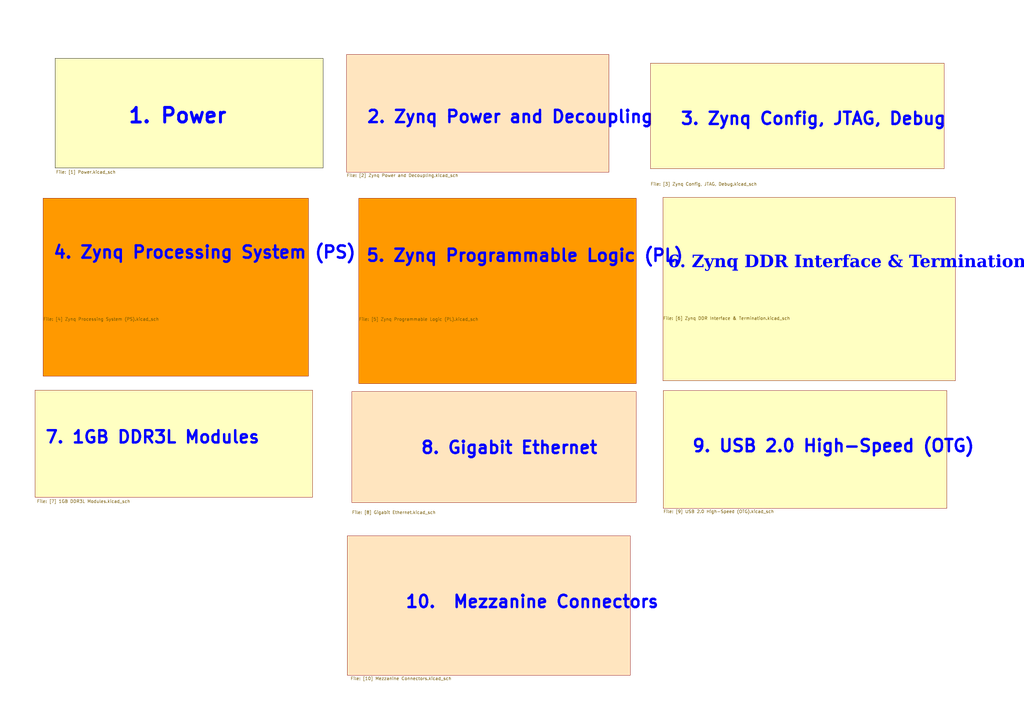
<source format=kicad_sch>
(kicad_sch (version 20230121) (generator eeschema)
  (paper "A3")
  (title_block (title "Xilinx-FPGA-10-Layer") (date "2023-12-19") (rev "1") (comment 2 "MOAFK ALJABI"))
  (lib_symbols)
  (sheet (at 266.8016 25.908) (size 120.4214 43.307) (stroke (width 0.1524)) (fill (color 255 255 194 1.0000))
    (property "Sheetname" "3. Zynq Config, JTAG, Debug" (at 278.765 51.4858 0) (effects (font (size 5 5) bold) (justify left bottom)))
    (property "Sheetfile" "[3] Zynq Config, JTAG, Debug.kicad_sch" (at 266.8016 74.7526 0) (effects (justify left top)))
  )
  (sheet (at 147.1676 81.3308) (size 113.792 75.9968) (stroke (width 0.1524)) (fill (color 255 153 0 1.0000))
    (property "Sheetname" "5. Zynq Programmable Logic (PL)" (at 149.86 107.6452 0) (effects (font (size 5 5) bold) (justify left bottom)))
    (property "Sheetfile" "[5] Zynq Programmable Logic (PL).kicad_sch" (at 147.1676 130.1754 0) (effects (justify left top)))
  )
  (sheet (at 14.3764 160.02) (size 113.8428 43.8912) (stroke (width 0.1524)) (fill (color 255 255 194 1.0000))
    (property "Sheetname" "7. 1GB DDR3L Modules" (at 18.1864 182.118 0) (effects (font (size 5 5) bold) (justify left bottom)))
    (property "Sheetfile" "[7] 1GB DDR3L Modules.kicad_sch" (at 15.0876 204.8764 0) (effects (justify left top)))
  )
  (sheet (at 142.1384 22.352) (size 107.6198 48.26) (stroke (width 0.1524)) (fill (color 255 229 191 1.0000))
    (property "Sheetname" "2. Zynq Power and Decoupling" (at 150.0886 50.7238 0) (effects (font (size 5 5) bold) (justify left bottom)))
    (property "Sheetfile" "[2] Zynq Power and Decoupling.kicad_sch" (at 142.1384 71.1966 0) (effects (justify left top)))
  )
  (sheet (at 272.034 160.1978) (size 116.332 48.26) (stroke (width 0.1524)) (fill (color 255 255 194 1.0000))
    (property "Sheetname" "9. USB 2.0 High-Speed (OTG)" (at 283.5148 185.7248 0) (effects (font (size 5 5) bold) (justify left bottom)))
    (property "Sheetfile" "[9] USB 2.0 High-Speed (OTG).kicad_sch" (at 272.034 209.0424 0) (effects (justify left top)))
  )
  (sheet (at 17.6784 81.3054) (size 108.839 72.9488) (stroke (width 0.1524)) (fill (color 255 153 0 1.0000))
    (property "Sheetname" "4. Zynq Processing System (PS)" (at 21.4884 106.3244 0) (effects (font (size 5 5) bold) (justify left bottom)))
    (property "Sheetfile" "[4] Zynq Processing System (PS).kicad_sch" (at 17.6784 130.15 0) (effects (justify left top)))
  )
  (sheet (at 22.606 23.9268) (size 109.9058 44.958) (stroke (width 0.1524) (color 0 0 0 1)) (fill (color 255 255 194 1.0000))
    (property "Sheetname" "1. Power" (at 52.197 50.8508 0) (effects (font (size 6 6) bold) (justify left bottom)))
    (property "Sheetfile" "[1] Power.kicad_sch" (at 22.9362 69.8246 0) (effects (justify left top)))
  )
  (sheet (at 142.4432 219.7862) (size 116.078 57.15) (stroke (width 0.1524)) (fill (color 255 229 191 1.0000))
    (property "Sheetname" "10.  Mezzanine Connectors" (at 165.9382 249.6312 0) (effects (font (size 5 5) bold) (justify left bottom)))
    (property "Sheetfile" "[10] Mezzanine Connectors.kicad_sch" (at 143.7386 277.5458 0) (effects (justify left top)))
  )
  (sheet (at 271.9324 80.9498) (size 119.888 75.2348) (stroke (width 0.1524)) (fill (color 255 255 194 1.0000))
    (property "Sheetname" "6. Zynq DDR Interface & Termination" (at 273.9644 110.4138 0) (effects (font (size 5 5) bold) (justify left bottom)))
    (property "Sheetfile" "[6] Zynq DDR Interface & Termination.kicad_sch" (at 271.9324 129.7944 0) (effects (justify left top)))
  )
  (sheet (at 144.3228 160.5788) (size 116.586 45.5676) (stroke (width 0.1524)) (fill (color 255 229 191 1.0000))
    (property "Sheetname" "8. Gigabit Ethernet" (at 172.2628 186.436 0) (effects (font (size 5 5) bold) (justify left bottom)))
    (property "Sheetfile" "[8] Gigabit Ethernet.kicad_sch" (at 144.3228 209.4234 0) (effects (justify left top)))
  )
)
</source>
